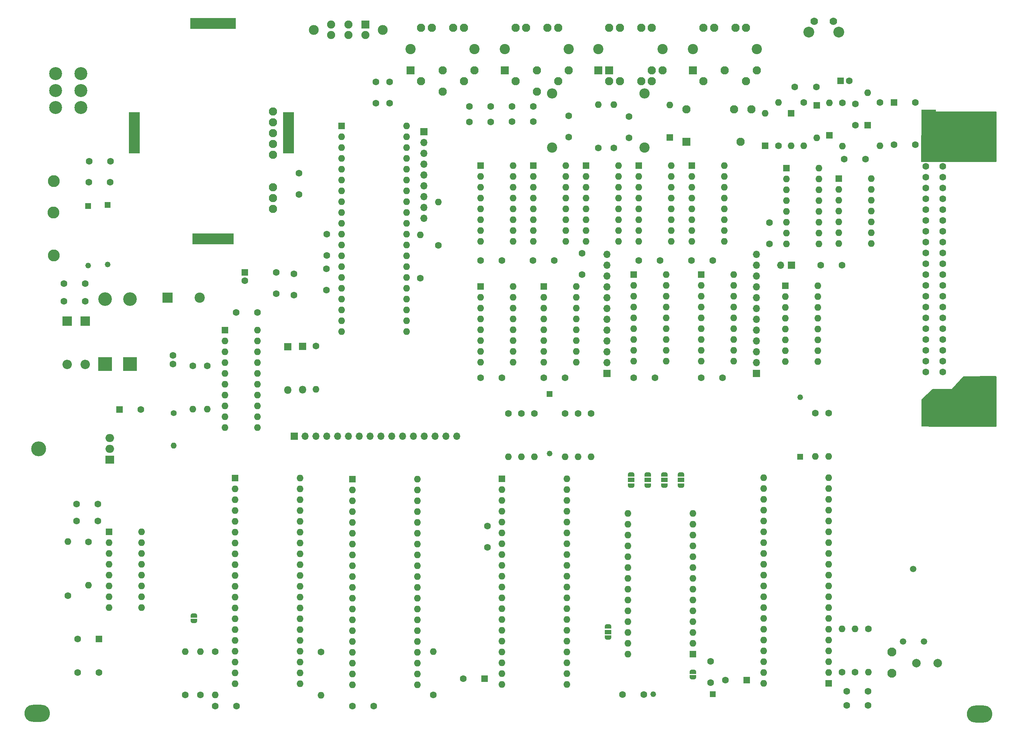
<source format=gbr>
%TF.GenerationSoftware,KiCad,Pcbnew,6.0.8-f2edbf62ab~116~ubuntu20.04.1*%
%TF.CreationDate,2022-10-23T21:23:01-04:00*%
%TF.ProjectId,coco2,636f636f-322e-46b6-9963-61645f706362,1.0.0*%
%TF.SameCoordinates,Original*%
%TF.FileFunction,Soldermask,Top*%
%TF.FilePolarity,Negative*%
%FSLAX46Y46*%
G04 Gerber Fmt 4.6, Leading zero omitted, Abs format (unit mm)*
G04 Created by KiCad (PCBNEW 6.0.8-f2edbf62ab~116~ubuntu20.04.1) date 2022-10-23 21:23:01*
%MOMM*%
%LPD*%
G01*
G04 APERTURE LIST*
G04 Aperture macros list*
%AMFreePoly0*
4,1,22,0.550000,-0.750000,0.000000,-0.750000,0.000000,-0.745033,-0.079941,-0.743568,-0.215256,-0.701293,-0.333266,-0.622738,-0.424486,-0.514219,-0.481581,-0.384460,-0.499164,-0.250000,-0.500000,-0.250000,-0.500000,0.250000,-0.499164,0.250000,-0.499963,0.256109,-0.478152,0.396186,-0.417904,0.524511,-0.324060,0.630769,-0.204165,0.706417,-0.067858,0.745374,0.000000,0.744959,0.000000,0.750000,
0.550000,0.750000,0.550000,-0.750000,0.550000,-0.750000,$1*%
%AMFreePoly1*
4,1,20,0.000000,0.744959,0.073905,0.744508,0.209726,0.703889,0.328688,0.626782,0.421226,0.519385,0.479903,0.390333,0.500000,0.250000,0.500000,-0.250000,0.499851,-0.262216,0.476331,-0.402017,0.414519,-0.529596,0.319384,-0.634700,0.198574,-0.708877,0.061801,-0.746166,0.000000,-0.745033,0.000000,-0.750000,-0.550000,-0.750000,-0.550000,0.750000,0.000000,0.750000,0.000000,0.744959,
0.000000,0.744959,$1*%
%AMFreePoly2*
4,1,22,0.500000,-0.750000,0.000000,-0.750000,0.000000,-0.745033,-0.079941,-0.743568,-0.215256,-0.701293,-0.333266,-0.622738,-0.424486,-0.514219,-0.481581,-0.384460,-0.499164,-0.250000,-0.500000,-0.250000,-0.500000,0.250000,-0.499164,0.250000,-0.499963,0.256109,-0.478152,0.396186,-0.417904,0.524511,-0.324060,0.630769,-0.204165,0.706417,-0.067858,0.745374,0.000000,0.744959,0.000000,0.750000,
0.500000,0.750000,0.500000,-0.750000,0.500000,-0.750000,$1*%
%AMFreePoly3*
4,1,20,0.000000,0.744959,0.073905,0.744508,0.209726,0.703889,0.328688,0.626782,0.421226,0.519385,0.479903,0.390333,0.500000,0.250000,0.500000,-0.250000,0.499851,-0.262216,0.476331,-0.402017,0.414519,-0.529596,0.319384,-0.634700,0.198574,-0.708877,0.061801,-0.746166,0.000000,-0.745033,0.000000,-0.750000,-0.500000,-0.750000,-0.500000,0.750000,0.000000,0.750000,0.000000,0.744959,
0.000000,0.744959,$1*%
G04 Aperture macros list end*
%ADD10C,1.600000*%
%ADD11R,1.600000X1.600000*%
%ADD12O,1.600000X1.600000*%
%ADD13R,1.800000X1.800000*%
%ADD14O,1.800000X1.800000*%
%ADD15R,1.320800X1.320800*%
%ADD16C,1.320800*%
%ADD17O,6.000000X4.000000*%
%ADD18FreePoly0,270.000000*%
%ADD19R,1.500000X1.000000*%
%ADD20FreePoly1,270.000000*%
%ADD21FreePoly0,90.000000*%
%ADD22FreePoly1,90.000000*%
%ADD23FreePoly2,90.000000*%
%ADD24FreePoly3,90.000000*%
%ADD25O,3.500000X3.500000*%
%ADD26R,2.000000X1.905000*%
%ADD27O,2.000000X1.905000*%
%ADD28C,2.400000*%
%ADD29O,2.400000X2.400000*%
%ADD30C,2.100000*%
%ADD31R,1.950000X1.950000*%
%ADD32C,1.950000*%
%ADD33C,1.500000*%
%ADD34C,1.778000*%
%ADD35C,2.540000*%
%ADD36R,2.200000X2.200000*%
%ADD37O,2.200000X2.200000*%
%ADD38R,1.700000X1.700000*%
%ADD39O,1.700000X1.700000*%
%ADD40R,2.500000X9.750000*%
%ADD41R,9.750000X2.500000*%
%ADD42R,10.750000X2.500000*%
%ADD43R,3.200000X3.200000*%
%ADD44O,3.200000X3.200000*%
%ADD45R,2.400000X2.400000*%
%ADD46C,3.044000*%
%ADD47C,1.400000*%
%ADD48O,1.400000X1.400000*%
%ADD49C,4.000000*%
%ADD50C,1.600200*%
%ADD51C,2.000000*%
%ADD52C,2.794000*%
%ADD53FreePoly2,270.000000*%
%ADD54FreePoly3,270.000000*%
%ADD55R,1.905000X1.905000*%
%ADD56C,1.905000*%
%ADD57C,2.311400*%
G04 APERTURE END LIST*
D10*
%TO.C,C2*%
X140276400Y-202359000D03*
X135276400Y-202359000D03*
%TD*%
%TO.C,C4*%
X230826400Y-199609000D03*
X235826400Y-199609000D03*
%TD*%
%TO.C,C5*%
X238436400Y-125329000D03*
X233436400Y-125329000D03*
%TD*%
%TO.C,C6*%
X254236400Y-125329000D03*
X249236400Y-125329000D03*
%TD*%
%TO.C,C7*%
X276226400Y-57099000D03*
X271226400Y-57099000D03*
%TD*%
D11*
%TO.C,C8*%
X281941288Y-55639000D03*
D10*
X283941288Y-55639000D03*
%TD*%
D11*
%TO.C,C9*%
X198456400Y-195879000D03*
D10*
X193456400Y-195879000D03*
%TD*%
%TO.C,C10*%
X199126400Y-160119000D03*
X199126400Y-165119000D03*
%TD*%
D11*
%TO.C,C11*%
X259946400Y-196239000D03*
D10*
X254946400Y-196239000D03*
%TD*%
%TO.C,C14*%
X288386400Y-202189000D03*
X283386400Y-202189000D03*
%TD*%
%TO.C,C15*%
X288386400Y-198859000D03*
X283386400Y-198859000D03*
%TD*%
%TO.C,C16*%
X282256400Y-98869000D03*
X277256400Y-98869000D03*
%TD*%
%TO.C,C17*%
X285433066Y-66039000D03*
X285433066Y-61039000D03*
%TD*%
%TO.C,C18*%
X172486400Y-202349000D03*
X167486400Y-202349000D03*
%TD*%
D11*
%TO.C,C19*%
X142266400Y-100553888D03*
D10*
X142266400Y-102553888D03*
%TD*%
%TO.C,C20*%
X149571400Y-100578888D03*
X149571400Y-105578888D03*
%TD*%
%TO.C,C21*%
X153716400Y-100949000D03*
X153716400Y-105949000D03*
%TD*%
%TO.C,C22*%
X161476400Y-91589000D03*
X161476400Y-96589000D03*
%TD*%
%TO.C,C23*%
X154966400Y-82269000D03*
X154966400Y-77269000D03*
%TD*%
%TO.C,C25*%
X194936400Y-65239000D03*
X199936400Y-65239000D03*
%TD*%
%TO.C,C24*%
X194936400Y-61629000D03*
X199936400Y-61629000D03*
%TD*%
%TO.C,C26*%
X218186400Y-63809000D03*
X218186400Y-68809000D03*
%TD*%
%TO.C,C27*%
X204906400Y-65199000D03*
X209906400Y-65199000D03*
%TD*%
%TO.C,C28*%
X209906400Y-61659000D03*
X204906400Y-61659000D03*
%TD*%
%TO.C,C29*%
X176206400Y-55899000D03*
X176206400Y-60899000D03*
%TD*%
%TO.C,C30*%
X172966400Y-60899000D03*
X172966400Y-55899000D03*
%TD*%
%TO.C,C31*%
X161346400Y-104719000D03*
X161346400Y-99719000D03*
%TD*%
%TO.C,C32*%
X125356400Y-122049000D03*
X125356400Y-120049000D03*
%TD*%
%TO.C,C33*%
X232316400Y-68999000D03*
X232316400Y-63999000D03*
%TD*%
D11*
%TO.C,C34*%
X108046400Y-186619000D03*
D10*
X103046400Y-186619000D03*
%TD*%
%TO.C,C35*%
X103046400Y-194489000D03*
X108046400Y-194489000D03*
%TD*%
%TO.C,C37*%
X102786400Y-154909000D03*
X107786400Y-154909000D03*
%TD*%
D11*
%TO.C,C38*%
X112863749Y-132779000D03*
D10*
X117863749Y-132779000D03*
%TD*%
%TO.C,C39*%
X107786400Y-158889000D03*
X102786400Y-158889000D03*
%TD*%
%TO.C,C40*%
X104826400Y-103189000D03*
X99826400Y-103189000D03*
%TD*%
%TO.C,C41*%
X104826400Y-107349000D03*
X99826400Y-107349000D03*
%TD*%
%TO.C,C43*%
X105686400Y-79439000D03*
X110686400Y-79439000D03*
%TD*%
%TO.C,C44*%
X140191400Y-109974000D03*
X145191400Y-109974000D03*
%TD*%
%TO.C,C55*%
X287766400Y-74029000D03*
X282766400Y-74029000D03*
%TD*%
%TO.C,C1*%
X294446400Y-70589000D03*
X299446400Y-70589000D03*
%TD*%
D11*
%TO.C,D1*%
X276346400Y-61369000D03*
D12*
X276346400Y-68989000D03*
%TD*%
D11*
%TO.C,D2*%
X264256400Y-70889000D03*
D12*
X264256400Y-63269000D03*
%TD*%
D11*
%TO.C,D3*%
X270366400Y-63269000D03*
D12*
X270366400Y-70889000D03*
%TD*%
D11*
%TO.C,D4*%
X241926400Y-68929000D03*
D12*
X241926400Y-61309000D03*
%TD*%
D13*
%TO.C,D6*%
X155786400Y-117979000D03*
D14*
X155786400Y-128139000D03*
%TD*%
D15*
%TO.C,FB1*%
X110106400Y-84779000D03*
D16*
X110106400Y-98749000D03*
%TD*%
D15*
%TO.C,FB2*%
X105486400Y-84969000D03*
D16*
X105486400Y-98939000D03*
%TD*%
D15*
%TO.C,FB3*%
X251926400Y-199549000D03*
D16*
X237956400Y-199549000D03*
%TD*%
D17*
%TO.C,H999002*%
X314576805Y-204174000D03*
%TD*%
D18*
%TO.C,J1*%
X227456400Y-183659000D03*
D19*
X227456400Y-184959000D03*
D20*
X227456400Y-186259000D03*
%TD*%
D21*
%TO.C,J2*%
X244536400Y-150579000D03*
D19*
X244536400Y-149279000D03*
D22*
X244536400Y-147979000D03*
%TD*%
D18*
%TO.C,J3*%
X240633066Y-147979000D03*
D19*
X240633066Y-149279000D03*
D20*
X240633066Y-150579000D03*
%TD*%
D18*
%TO.C,J4*%
X236729733Y-147979000D03*
D19*
X236729733Y-149279000D03*
D20*
X236729733Y-150579000D03*
%TD*%
D18*
%TO.C,J5*%
X232826400Y-147979000D03*
D19*
X232826400Y-149279000D03*
D20*
X232826400Y-150579000D03*
%TD*%
D23*
%TO.C,J6*%
X130276400Y-182379000D03*
D24*
X130276400Y-181079000D03*
%TD*%
D25*
%TO.C,Q1*%
X93896400Y-141969000D03*
D26*
X110556400Y-144509000D03*
D27*
X110556400Y-141969000D03*
X110556400Y-139429000D03*
%TD*%
D10*
%TO.C,R1*%
X131836400Y-199759000D03*
D12*
X131836400Y-189599000D03*
%TD*%
D10*
%TO.C,R2*%
X160146400Y-189619000D03*
D12*
X160146400Y-199779000D03*
%TD*%
D10*
%TO.C,R3*%
X128256400Y-199699000D03*
D12*
X128256400Y-189539000D03*
%TD*%
D10*
%TO.C,R4*%
X133446400Y-122479000D03*
D12*
X133446400Y-132639000D03*
%TD*%
D28*
%TO.C,R5*%
X214316400Y-71249000D03*
D29*
X214316400Y-58549000D03*
%TD*%
D10*
%TO.C,R6*%
X183376400Y-101899000D03*
D12*
X183376400Y-91739000D03*
%TD*%
D10*
%TO.C,R7*%
X187616400Y-94209000D03*
D12*
X187616400Y-84049000D03*
%TD*%
D10*
%TO.C,R8*%
X158956400Y-117889000D03*
D12*
X158956400Y-128049000D03*
%TD*%
D10*
%TO.C,R9*%
X186476400Y-199709000D03*
D12*
X186476400Y-189549000D03*
%TD*%
D10*
%TO.C,R10*%
X135256400Y-189569000D03*
D12*
X135256400Y-199729000D03*
%TD*%
D10*
%TO.C,R11*%
X285346400Y-194429000D03*
D12*
X285346400Y-184269000D03*
%TD*%
D10*
%TO.C,R12*%
X282266400Y-194429000D03*
D12*
X282266400Y-184269000D03*
%TD*%
D10*
%TO.C,R13*%
X267356400Y-70899000D03*
D12*
X267356400Y-60739000D03*
%TD*%
D10*
%TO.C,R14*%
X273336400Y-60739000D03*
D12*
X273336400Y-70899000D03*
%TD*%
D10*
%TO.C,R15*%
X207056400Y-133659000D03*
D12*
X207056400Y-143819000D03*
%TD*%
D10*
%TO.C,R16*%
X210116400Y-133659000D03*
D12*
X210116400Y-143819000D03*
%TD*%
D10*
%TO.C,R17*%
X204016400Y-133659000D03*
D12*
X204016400Y-143819000D03*
%TD*%
D10*
%TO.C,R18*%
X217366400Y-133659000D03*
D12*
X217366400Y-143819000D03*
%TD*%
D10*
%TO.C,R19*%
X291146398Y-60739000D03*
D12*
X291146398Y-70899000D03*
%TD*%
D10*
%TO.C,R20*%
X220406400Y-133659000D03*
D12*
X220406400Y-143819000D03*
%TD*%
D10*
%TO.C,R21*%
X288426400Y-184269000D03*
D12*
X288426400Y-194429000D03*
%TD*%
D10*
%TO.C,R22*%
X130046400Y-122479000D03*
D12*
X130046400Y-132639000D03*
%TD*%
D28*
%TO.C,R23*%
X235996400Y-71299000D03*
D29*
X235996400Y-58599000D03*
%TD*%
D10*
%TO.C,R24*%
X105606400Y-163859000D03*
D12*
X105606400Y-174019000D03*
%TD*%
D10*
%TO.C,R25*%
X100756400Y-176449000D03*
D12*
X100756400Y-163749000D03*
%TD*%
D10*
%TO.C,R26*%
X228766400Y-71329000D03*
D12*
X228766400Y-61169000D03*
%TD*%
D10*
%TO.C,R27*%
X225126400Y-71329000D03*
D12*
X225126400Y-61169000D03*
%TD*%
D10*
%TO.C,R29*%
X282346400Y-60749000D03*
D12*
X282346400Y-70909000D03*
%TD*%
D10*
%TO.C,R31*%
X276046400Y-133609000D03*
D12*
X276046400Y-143769000D03*
%TD*%
D30*
%TO.C,TC1*%
X293956400Y-189639000D03*
X293956400Y-194639000D03*
%TD*%
D28*
%TO.C,JK3*%
X225166732Y-48199000D03*
X240166732Y-48199000D03*
D31*
X225166732Y-53199000D03*
X227666732Y-53199000D03*
D32*
X227666732Y-55699000D03*
X230166732Y-55699000D03*
X235166732Y-55699000D03*
X237666732Y-55699000D03*
X240166732Y-53199000D03*
X237666732Y-53199000D03*
X235166732Y-43199000D03*
X237666732Y-43199000D03*
X227666732Y-43199000D03*
X230166732Y-43199000D03*
%TD*%
D33*
%TO.C,X1*%
X301456400Y-187179000D03*
X296556400Y-187179000D03*
X298956400Y-170179000D03*
%TD*%
D11*
%TO.C,IC7*%
X110436400Y-161479000D03*
D12*
X110436400Y-164019000D03*
X110436400Y-166559000D03*
X110436400Y-169099000D03*
X110436400Y-171639000D03*
X110436400Y-174179000D03*
X110436400Y-176719000D03*
X110436400Y-179259000D03*
X118056400Y-179259000D03*
X118056400Y-176719000D03*
X118056400Y-174179000D03*
X118056400Y-171639000D03*
X118056400Y-169099000D03*
X118056400Y-166559000D03*
X118056400Y-164019000D03*
X118056400Y-161479000D03*
%TD*%
D34*
%TO.C,SW3*%
X280236400Y-41679000D03*
X275736400Y-41679000D03*
D35*
X281486400Y-44179000D03*
X274486400Y-44179000D03*
%TD*%
D11*
%TO.C,IC12*%
X269016400Y-103699000D03*
D12*
X269016400Y-106239000D03*
X269016400Y-108779000D03*
X269016400Y-111319000D03*
X269016400Y-113859000D03*
X269016400Y-116399000D03*
X269016400Y-118939000D03*
X269016400Y-121479000D03*
X276636400Y-121479000D03*
X276636400Y-118939000D03*
X276636400Y-116399000D03*
X276636400Y-113859000D03*
X276636400Y-111319000D03*
X276636400Y-108779000D03*
X276636400Y-106239000D03*
X276636400Y-103699000D03*
%TD*%
D11*
%TO.C,IC6*%
X137556400Y-114159000D03*
D12*
X137556400Y-116699000D03*
X137556400Y-119239000D03*
X137556400Y-121779000D03*
X137556400Y-124319000D03*
X137556400Y-126859000D03*
X137556400Y-129399000D03*
X137556400Y-131939000D03*
X137556400Y-134479000D03*
X137556400Y-137019000D03*
X145176400Y-137019000D03*
X145176400Y-134479000D03*
X145176400Y-131939000D03*
X145176400Y-129399000D03*
X145176400Y-126859000D03*
X145176400Y-124319000D03*
X145176400Y-121779000D03*
X145176400Y-119239000D03*
X145176400Y-116699000D03*
X145176400Y-114159000D03*
%TD*%
D11*
%TO.C,IC8*%
X247296400Y-190129000D03*
D12*
X247296400Y-187589000D03*
X247296400Y-185049000D03*
X247296400Y-182509000D03*
X247296400Y-179969000D03*
X247296400Y-177429000D03*
X247296400Y-174889000D03*
X247296400Y-172349000D03*
X247296400Y-169809000D03*
X247296400Y-167269000D03*
X247296400Y-164729000D03*
X247296400Y-162189000D03*
X247296400Y-159649000D03*
X247296400Y-157109000D03*
X232056400Y-157109000D03*
X232056400Y-159649000D03*
X232056400Y-162189000D03*
X232056400Y-164729000D03*
X232056400Y-167269000D03*
X232056400Y-169809000D03*
X232056400Y-172349000D03*
X232056400Y-174889000D03*
X232056400Y-177429000D03*
X232056400Y-179969000D03*
X232056400Y-182509000D03*
X232056400Y-185049000D03*
X232056400Y-187589000D03*
X232056400Y-190129000D03*
%TD*%
D11*
%TO.C,IC11*%
X249236400Y-101071500D03*
D12*
X249236400Y-103611500D03*
X249236400Y-106151500D03*
X249236400Y-108691500D03*
X249236400Y-111231500D03*
X249236400Y-113771500D03*
X249236400Y-116311500D03*
X249236400Y-118851500D03*
X249236400Y-121391500D03*
X256856400Y-121391500D03*
X256856400Y-118851500D03*
X256856400Y-116311500D03*
X256856400Y-113771500D03*
X256856400Y-111231500D03*
X256856400Y-108691500D03*
X256856400Y-106151500D03*
X256856400Y-103611500D03*
X256856400Y-101071500D03*
%TD*%
D36*
%TO.C,D9*%
X104846400Y-111989000D03*
D37*
X104846400Y-122149000D03*
%TD*%
D38*
%TO.C,CN2*%
X153826400Y-139029000D03*
D39*
X156366400Y-139029000D03*
X158906400Y-139029000D03*
X161446400Y-139029000D03*
X163986400Y-139029000D03*
X166526400Y-139029000D03*
X169066400Y-139029000D03*
X171606400Y-139029000D03*
X174146400Y-139029000D03*
X176686400Y-139029000D03*
X179226400Y-139029000D03*
X181766400Y-139029000D03*
X184306400Y-139029000D03*
X186846400Y-139029000D03*
X189386400Y-139029000D03*
X191926400Y-139029000D03*
%TD*%
D11*
%TO.C,IC2*%
X279176400Y-197039000D03*
D12*
X279176400Y-194499000D03*
X279176400Y-191959000D03*
X279176400Y-189419000D03*
X279176400Y-186879000D03*
X279176400Y-184339000D03*
X279176400Y-181799000D03*
X279176400Y-179259000D03*
X279176400Y-176719000D03*
X279176400Y-174179000D03*
X279176400Y-171639000D03*
X279176400Y-169099000D03*
X279176400Y-166559000D03*
X279176400Y-164019000D03*
X279176400Y-161479000D03*
X279176400Y-158939000D03*
X279176400Y-156399000D03*
X279176400Y-153859000D03*
X279176400Y-151319000D03*
X279176400Y-148779000D03*
X263936400Y-148779000D03*
X263936400Y-151319000D03*
X263936400Y-153859000D03*
X263936400Y-156399000D03*
X263936400Y-158939000D03*
X263936400Y-161479000D03*
X263936400Y-164019000D03*
X263936400Y-166559000D03*
X263936400Y-169099000D03*
X263936400Y-171639000D03*
X263936400Y-174179000D03*
X263936400Y-176719000D03*
X263936400Y-179259000D03*
X263936400Y-181799000D03*
X263936400Y-184339000D03*
X263936400Y-186879000D03*
X263936400Y-189419000D03*
X263936400Y-191959000D03*
X263936400Y-194499000D03*
X263936400Y-197039000D03*
%TD*%
D32*
%TO.C,MDV-6*%
X148846400Y-85679000D03*
X148846400Y-83139000D03*
X148846400Y-80599000D03*
X148846400Y-72979000D03*
X148846400Y-70439000D03*
X148846400Y-67899000D03*
X148846400Y-65359000D03*
X148846400Y-62819000D03*
D40*
X116346400Y-67799000D03*
X152446400Y-67799000D03*
D41*
X134821400Y-92674000D03*
D42*
X134821400Y-42174000D03*
%TD*%
D38*
%TO.C,CN3*%
X227176400Y-124281500D03*
D39*
X227176400Y-121741500D03*
X227176400Y-119201500D03*
X227176400Y-116661500D03*
X227176400Y-114121500D03*
X227176400Y-111581500D03*
X227176400Y-109041500D03*
X227176400Y-106501500D03*
X227176400Y-103961500D03*
X227176400Y-101421500D03*
X227176400Y-98881500D03*
X227176400Y-96341500D03*
%TD*%
D11*
%TO.C,IC1*%
X202486400Y-148989000D03*
D12*
X202486400Y-151529000D03*
X202486400Y-154069000D03*
X202486400Y-156609000D03*
X202486400Y-159149000D03*
X202486400Y-161689000D03*
X202486400Y-164229000D03*
X202486400Y-166769000D03*
X202486400Y-169309000D03*
X202486400Y-171849000D03*
X202486400Y-174389000D03*
X202486400Y-176929000D03*
X202486400Y-179469000D03*
X202486400Y-182009000D03*
X202486400Y-184549000D03*
X202486400Y-187089000D03*
X202486400Y-189629000D03*
X202486400Y-192169000D03*
X202486400Y-194709000D03*
X202486400Y-197249000D03*
X217726400Y-197249000D03*
X217726400Y-194709000D03*
X217726400Y-192169000D03*
X217726400Y-189629000D03*
X217726400Y-187089000D03*
X217726400Y-184549000D03*
X217726400Y-182009000D03*
X217726400Y-179469000D03*
X217726400Y-176929000D03*
X217726400Y-174389000D03*
X217726400Y-171849000D03*
X217726400Y-169309000D03*
X217726400Y-166769000D03*
X217726400Y-164229000D03*
X217726400Y-161689000D03*
X217726400Y-159149000D03*
X217726400Y-156609000D03*
X217726400Y-154069000D03*
X217726400Y-151529000D03*
X217726400Y-148989000D03*
%TD*%
D43*
%TO.C,D11*%
X109486400Y-122109000D03*
D44*
X109486400Y-106869000D03*
%TD*%
D11*
%TO.C,IC4*%
X139976400Y-148869000D03*
D12*
X139976400Y-151409000D03*
X139976400Y-153949000D03*
X139976400Y-156489000D03*
X139976400Y-159029000D03*
X139976400Y-161569000D03*
X139976400Y-164109000D03*
X139976400Y-166649000D03*
X139976400Y-169189000D03*
X139976400Y-171729000D03*
X139976400Y-174269000D03*
X139976400Y-176809000D03*
X139976400Y-179349000D03*
X139976400Y-181889000D03*
X139976400Y-184429000D03*
X139976400Y-186969000D03*
X139976400Y-189509000D03*
X139976400Y-192049000D03*
X139976400Y-194589000D03*
X139976400Y-197129000D03*
X155216400Y-197129000D03*
X155216400Y-194589000D03*
X155216400Y-192049000D03*
X155216400Y-189509000D03*
X155216400Y-186969000D03*
X155216400Y-184429000D03*
X155216400Y-181889000D03*
X155216400Y-179349000D03*
X155216400Y-176809000D03*
X155216400Y-174269000D03*
X155216400Y-171729000D03*
X155216400Y-169189000D03*
X155216400Y-166649000D03*
X155216400Y-164109000D03*
X155216400Y-161569000D03*
X155216400Y-159029000D03*
X155216400Y-156489000D03*
X155216400Y-153949000D03*
X155216400Y-151409000D03*
X155216400Y-148869000D03*
%TD*%
D11*
%TO.C,IC5*%
X167486400Y-149059000D03*
D12*
X167486400Y-151599000D03*
X167486400Y-154139000D03*
X167486400Y-156679000D03*
X167486400Y-159219000D03*
X167486400Y-161759000D03*
X167486400Y-164299000D03*
X167486400Y-166839000D03*
X167486400Y-169379000D03*
X167486400Y-171919000D03*
X167486400Y-174459000D03*
X167486400Y-176999000D03*
X167486400Y-179539000D03*
X167486400Y-182079000D03*
X167486400Y-184619000D03*
X167486400Y-187159000D03*
X167486400Y-189699000D03*
X167486400Y-192239000D03*
X167486400Y-194779000D03*
X167486400Y-197319000D03*
X182726400Y-197319000D03*
X182726400Y-194779000D03*
X182726400Y-192239000D03*
X182726400Y-189699000D03*
X182726400Y-187159000D03*
X182726400Y-184619000D03*
X182726400Y-182079000D03*
X182726400Y-179539000D03*
X182726400Y-176999000D03*
X182726400Y-174459000D03*
X182726400Y-171919000D03*
X182726400Y-169379000D03*
X182726400Y-166839000D03*
X182726400Y-164299000D03*
X182726400Y-161759000D03*
X182726400Y-159219000D03*
X182726400Y-156679000D03*
X182726400Y-154139000D03*
X182726400Y-151599000D03*
X182726400Y-149059000D03*
%TD*%
D43*
%TO.C,D10*%
X115296400Y-122049000D03*
D44*
X115296400Y-106809000D03*
%TD*%
D28*
%TO.C,JK4*%
X247296400Y-48199000D03*
X262296400Y-48199000D03*
D31*
X247296400Y-53199000D03*
D32*
X254796400Y-53199000D03*
X262296400Y-53199000D03*
X249796400Y-55699000D03*
X259796400Y-55699000D03*
X259796400Y-43199000D03*
X257296400Y-43199000D03*
X252296400Y-43199000D03*
X249796400Y-43199000D03*
%TD*%
D36*
%TO.C,D8*%
X100606400Y-111969000D03*
D37*
X100606400Y-122129000D03*
%TD*%
D28*
%TO.C,JK2*%
X196096400Y-48199000D03*
X181096400Y-48199000D03*
D31*
X181096400Y-53199000D03*
D32*
X183596400Y-55699000D03*
X188596400Y-53199000D03*
X193596400Y-55699000D03*
X196096400Y-53199000D03*
X188596400Y-58199000D03*
X193596400Y-43199000D03*
X191096400Y-43199000D03*
X186096400Y-43199000D03*
X183596400Y-43199000D03*
%TD*%
D28*
%TO.C,JK1*%
X218226066Y-48199000D03*
X203226066Y-48199000D03*
D31*
X203226066Y-53199000D03*
D32*
X205726066Y-55699000D03*
X210726066Y-53199000D03*
X215726066Y-55699000D03*
X218226066Y-53199000D03*
X210726066Y-58199000D03*
X215726066Y-43199000D03*
X213226066Y-43199000D03*
X208226066Y-43199000D03*
X205726066Y-43199000D03*
%TD*%
D11*
%TO.C,IC10*%
X233436400Y-101121500D03*
D12*
X233436400Y-103661500D03*
X233436400Y-106201500D03*
X233436400Y-108741500D03*
X233436400Y-111281500D03*
X233436400Y-113821500D03*
X233436400Y-116361500D03*
X233436400Y-118901500D03*
X233436400Y-121441500D03*
X241056400Y-121441500D03*
X241056400Y-118901500D03*
X241056400Y-116361500D03*
X241056400Y-113821500D03*
X241056400Y-111281500D03*
X241056400Y-108741500D03*
X241056400Y-106201500D03*
X241056400Y-103661500D03*
X241056400Y-101121500D03*
%TD*%
D45*
%TO.C,C36*%
X124116400Y-106489000D03*
D28*
X131616400Y-106489000D03*
%TD*%
D32*
%TO.C,RY1*%
X258476400Y-69949000D03*
X256952400Y-62329000D03*
X261016400Y-62329000D03*
D31*
X245776400Y-69949000D03*
D32*
X245776400Y-62329000D03*
%TD*%
D38*
%TO.C,CN4*%
X262176400Y-124281500D03*
D39*
X262176400Y-121741500D03*
X262176400Y-119201500D03*
X262176400Y-116661500D03*
X262176400Y-114121500D03*
X262176400Y-111581500D03*
X262176400Y-109041500D03*
X262176400Y-106501500D03*
X262176400Y-103961500D03*
X262176400Y-101421500D03*
X262176400Y-98881500D03*
X262176400Y-96341500D03*
%TD*%
D46*
%TO.C,SW1*%
X97840000Y-53929000D03*
X97840000Y-57929000D03*
X97840000Y-61929000D03*
X103840000Y-53929000D03*
X103840000Y-57929000D03*
X103840000Y-61929000D03*
%TD*%
D10*
%TO.C,C42*%
X105736400Y-74519000D03*
X110736400Y-74519000D03*
%TD*%
D47*
%TO.C,R28*%
X125546400Y-133629000D03*
D48*
X125546400Y-141249000D03*
%TD*%
D13*
%TO.C,D5*%
X152296400Y-118019000D03*
D14*
X152296400Y-128179000D03*
%TD*%
D49*
%TO.C,CN1*%
X310575400Y-132501500D03*
X310575400Y-67096500D03*
D50*
X301914000Y-75669000D03*
X305876400Y-75669000D03*
X301914000Y-78209000D03*
X305876400Y-78209000D03*
X301914000Y-80749000D03*
X305876400Y-80749000D03*
X301914000Y-83289000D03*
X305876400Y-83289000D03*
X301914000Y-85829000D03*
X305876400Y-85829000D03*
X301914000Y-88369000D03*
X305876400Y-88369000D03*
X301914000Y-90909000D03*
X305876400Y-90909000D03*
X301914000Y-93449000D03*
X305876400Y-93449000D03*
X301914000Y-95989000D03*
X305876400Y-95989000D03*
X301914000Y-98529000D03*
X305876400Y-98529000D03*
X301914000Y-101069000D03*
X305876400Y-101069000D03*
X301914000Y-103609000D03*
X305876400Y-103609000D03*
X301914000Y-106149000D03*
X305876400Y-106149000D03*
X301914000Y-108689000D03*
X305876400Y-108689000D03*
X301914000Y-111229000D03*
X305876400Y-111229000D03*
X301914000Y-113769000D03*
X305876400Y-113769000D03*
X301914000Y-116309000D03*
X305876400Y-116309000D03*
X301914000Y-118849000D03*
X305876400Y-118849000D03*
X301914000Y-121389000D03*
X305876400Y-121389000D03*
X301914000Y-123929000D03*
X305876400Y-123929000D03*
%TD*%
D10*
%TO.C,R30*%
X279106400Y-133609000D03*
D12*
X279106400Y-143769000D03*
%TD*%
D15*
%TO.C,FB5*%
X213676400Y-129089000D03*
D16*
X213676400Y-143059000D03*
%TD*%
D51*
%TO.C,C13*%
X299746400Y-192269000D03*
X304746400Y-192269000D03*
%TD*%
D17*
%TO.C,H999003*%
X93554476Y-204049000D03*
%TD*%
D15*
%TO.C,FB4*%
X272476400Y-143859000D03*
D16*
X272476400Y-129889000D03*
%TD*%
D10*
%TO.C,C12*%
X251486400Y-191869000D03*
X251486400Y-196869000D03*
%TD*%
D52*
%TO.C,A1*%
X97476400Y-79169000D03*
%TD*%
%TO.C,A2*%
X97406400Y-86529000D03*
%TD*%
%TO.C,A3*%
X97476400Y-96599000D03*
%TD*%
D53*
%TO.C,JP8*%
X247276400Y-194269000D03*
D54*
X247276400Y-195569000D03*
%TD*%
D11*
%TO.C,IC14*%
X197516400Y-103899000D03*
D12*
X197516400Y-106439000D03*
X197516400Y-108979000D03*
X197516400Y-111519000D03*
X197516400Y-114059000D03*
X197516400Y-116599000D03*
X197516400Y-119139000D03*
X197516400Y-121679000D03*
X205136400Y-121679000D03*
X205136400Y-119139000D03*
X205136400Y-116599000D03*
X205136400Y-114059000D03*
X205136400Y-111519000D03*
X205136400Y-108979000D03*
X205136400Y-106439000D03*
X205136400Y-103899000D03*
%TD*%
D10*
%TO.C,C50*%
X252006400Y-97759000D03*
X247006400Y-97759000D03*
%TD*%
D11*
%TO.C,D7*%
X279326400Y-68379000D03*
D12*
X279326400Y-60759000D03*
%TD*%
D10*
%TO.C,C45*%
X217306400Y-125329000D03*
X212306400Y-125329000D03*
%TD*%
%TO.C,C53*%
X202516400Y-125329000D03*
X197516400Y-125329000D03*
%TD*%
D11*
%TO.C,IC22*%
X281516400Y-78599000D03*
D12*
X281516400Y-81139000D03*
X281516400Y-83679000D03*
X281516400Y-86219000D03*
X281516400Y-88759000D03*
X281516400Y-91299000D03*
X281516400Y-93839000D03*
X289136400Y-93839000D03*
X289136400Y-91299000D03*
X289136400Y-88759000D03*
X289136400Y-86219000D03*
X289136400Y-83679000D03*
X289136400Y-81139000D03*
X289136400Y-78599000D03*
%TD*%
D11*
%TO.C,IC16*%
X209891400Y-75499000D03*
D12*
X209891400Y-78039000D03*
X209891400Y-80579000D03*
X209891400Y-83119000D03*
X209891400Y-85659000D03*
X209891400Y-88199000D03*
X209891400Y-90739000D03*
X209891400Y-93279000D03*
X217511400Y-93279000D03*
X217511400Y-90739000D03*
X217511400Y-88199000D03*
X217511400Y-85659000D03*
X217511400Y-83119000D03*
X217511400Y-80579000D03*
X217511400Y-78039000D03*
X217511400Y-75499000D03*
%TD*%
D11*
%TO.C,IC20*%
X247016400Y-75499000D03*
D12*
X247016400Y-78039000D03*
X247016400Y-80579000D03*
X247016400Y-83119000D03*
X247016400Y-85659000D03*
X247016400Y-88199000D03*
X247016400Y-90739000D03*
X247016400Y-93279000D03*
X254636400Y-93279000D03*
X254636400Y-90739000D03*
X254636400Y-88199000D03*
X254636400Y-85659000D03*
X254636400Y-83119000D03*
X254636400Y-80579000D03*
X254636400Y-78039000D03*
X254636400Y-75499000D03*
%TD*%
D11*
%TO.C,C54*%
X294483749Y-60679000D03*
D10*
X299483749Y-60679000D03*
%TD*%
D11*
%TO.C,IC19*%
X222266400Y-75499000D03*
D12*
X222266400Y-78039000D03*
X222266400Y-80579000D03*
X222266400Y-83119000D03*
X222266400Y-85659000D03*
X222266400Y-88199000D03*
X222266400Y-90739000D03*
X222266400Y-93279000D03*
X229886400Y-93279000D03*
X229886400Y-90739000D03*
X229886400Y-88199000D03*
X229886400Y-85659000D03*
X229886400Y-83119000D03*
X229886400Y-80579000D03*
X229886400Y-78039000D03*
X229886400Y-75499000D03*
%TD*%
D11*
%TO.C,IC17*%
X197516400Y-75499000D03*
D12*
X197516400Y-78039000D03*
X197516400Y-80579000D03*
X197516400Y-83119000D03*
X197516400Y-85659000D03*
X197516400Y-88199000D03*
X197516400Y-90739000D03*
X197516400Y-93279000D03*
X205136400Y-93279000D03*
X205136400Y-90739000D03*
X205136400Y-88199000D03*
X205136400Y-85659000D03*
X205136400Y-83119000D03*
X205136400Y-80579000D03*
X205136400Y-78039000D03*
X205136400Y-75499000D03*
%TD*%
D10*
%TO.C,C48*%
X239646400Y-97759000D03*
X234646400Y-97759000D03*
%TD*%
D11*
%TO.C,D12*%
X288286400Y-66049000D03*
D12*
X288286400Y-58429000D03*
%TD*%
D10*
%TO.C,C46*%
X214836400Y-97759000D03*
X209836400Y-97759000D03*
%TD*%
D38*
%TO.C,J7*%
X270456400Y-98869000D03*
D39*
X267916400Y-98869000D03*
%TD*%
D38*
%TO.C,J8*%
X184216400Y-67549000D03*
D39*
X184216400Y-70089000D03*
X184216400Y-72629000D03*
X184216400Y-75169000D03*
X184216400Y-77709000D03*
X184216400Y-80249000D03*
X184216400Y-82789000D03*
X184216400Y-85329000D03*
X184216400Y-87869000D03*
%TD*%
D10*
%TO.C,C51*%
X265266400Y-88879000D03*
X265266400Y-93879000D03*
%TD*%
D11*
%TO.C,IC21*%
X269216400Y-76099000D03*
D12*
X269216400Y-78639000D03*
X269216400Y-81179000D03*
X269216400Y-83719000D03*
X269216400Y-86259000D03*
X269216400Y-88799000D03*
X269216400Y-91339000D03*
X269216400Y-93879000D03*
X276836400Y-93879000D03*
X276836400Y-91339000D03*
X276836400Y-88799000D03*
X276836400Y-86259000D03*
X276836400Y-83719000D03*
X276836400Y-81179000D03*
X276836400Y-78639000D03*
X276836400Y-76099000D03*
%TD*%
D55*
%TO.C,SW2*%
X170516400Y-42409000D03*
D56*
X166516400Y-42409000D03*
X162516401Y-42409000D03*
X162516401Y-44909000D03*
X166516400Y-44909000D03*
X170516400Y-44909000D03*
D57*
X174616401Y-43659000D03*
X158416400Y-43659000D03*
%TD*%
D10*
%TO.C,R32*%
X223456400Y-133659000D03*
D12*
X223456400Y-143819000D03*
%TD*%
D11*
%TO.C,IC18*%
X234641400Y-75499000D03*
D12*
X234641400Y-78039000D03*
X234641400Y-80579000D03*
X234641400Y-83119000D03*
X234641400Y-85659000D03*
X234641400Y-88199000D03*
X234641400Y-90739000D03*
X234641400Y-93279000D03*
X242261400Y-93279000D03*
X242261400Y-90739000D03*
X242261400Y-88199000D03*
X242261400Y-85659000D03*
X242261400Y-83119000D03*
X242261400Y-80579000D03*
X242261400Y-78039000D03*
X242261400Y-75499000D03*
%TD*%
D10*
%TO.C,C49*%
X221336400Y-101059000D03*
X221336400Y-96059000D03*
%TD*%
%TO.C,C47*%
X202496400Y-97759000D03*
X197496400Y-97759000D03*
%TD*%
D11*
%TO.C,IC3*%
X164966400Y-66174000D03*
D12*
X164966400Y-68714000D03*
X164966400Y-71254000D03*
X164966400Y-73794000D03*
X164966400Y-76334000D03*
X164966400Y-78874000D03*
X164966400Y-81414000D03*
X164966400Y-83954000D03*
X164966400Y-86494000D03*
X164966400Y-89034000D03*
X164966400Y-91574000D03*
X164966400Y-94114000D03*
X164966400Y-96654000D03*
X164966400Y-99194000D03*
X164966400Y-101734000D03*
X164966400Y-104274000D03*
X164966400Y-106814000D03*
X164966400Y-109354000D03*
X164966400Y-111894000D03*
X164966400Y-114434000D03*
X180206400Y-114434000D03*
X180206400Y-111894000D03*
X180206400Y-109354000D03*
X180206400Y-106814000D03*
X180206400Y-104274000D03*
X180206400Y-101734000D03*
X180206400Y-99194000D03*
X180206400Y-96654000D03*
X180206400Y-94114000D03*
X180206400Y-91574000D03*
X180206400Y-89034000D03*
X180206400Y-86494000D03*
X180206400Y-83954000D03*
X180206400Y-81414000D03*
X180206400Y-78874000D03*
X180206400Y-76334000D03*
X180206400Y-73794000D03*
X180206400Y-71254000D03*
X180206400Y-68714000D03*
X180206400Y-66174000D03*
%TD*%
D11*
%TO.C,IC15*%
X212316400Y-103899000D03*
D12*
X212316400Y-106439000D03*
X212316400Y-108979000D03*
X212316400Y-111519000D03*
X212316400Y-114059000D03*
X212316400Y-116599000D03*
X212316400Y-119139000D03*
X212316400Y-121679000D03*
X219936400Y-121679000D03*
X219936400Y-119139000D03*
X219936400Y-116599000D03*
X219936400Y-114059000D03*
X219936400Y-111519000D03*
X219936400Y-108979000D03*
X219936400Y-106439000D03*
X219936400Y-103899000D03*
%TD*%
G36*
X318417975Y-124929765D02*
G01*
X318464743Y-124983181D01*
X318476400Y-125036112D01*
X318476400Y-136673000D01*
X318456398Y-136741121D01*
X318402742Y-136787614D01*
X318350400Y-136799000D01*
X304334518Y-136799000D01*
X304329056Y-136800604D01*
X304292304Y-136805702D01*
X301009426Y-136773088D01*
X300941508Y-136752410D01*
X300895550Y-136698295D01*
X300884678Y-136646856D01*
X300896299Y-130482371D01*
X300916430Y-130414289D01*
X300934805Y-130391940D01*
X303430472Y-127983670D01*
X303493381Y-127950761D01*
X303516326Y-127948350D01*
X308058284Y-127889236D01*
X308083273Y-127881543D01*
X310749236Y-124989318D01*
X310810113Y-124952787D01*
X310841234Y-124948718D01*
X318349752Y-124910114D01*
X318417975Y-124929765D01*
G37*
G36*
X304191250Y-62389239D02*
G01*
X304259234Y-62409700D01*
X304305364Y-62463668D01*
X304316400Y-62515236D01*
X304316400Y-62780885D01*
X304320875Y-62796124D01*
X304322265Y-62797329D01*
X304329948Y-62799000D01*
X318350400Y-62799000D01*
X318418521Y-62819002D01*
X318465014Y-62872658D01*
X318476400Y-62925000D01*
X318476400Y-74533859D01*
X318456398Y-74601980D01*
X318402742Y-74648473D01*
X318350394Y-74659859D01*
X300923417Y-74659006D01*
X300855297Y-74639001D01*
X300808807Y-74585343D01*
X300797427Y-74531987D01*
X300894810Y-62492836D01*
X300915363Y-62424879D01*
X300969392Y-62378822D01*
X301021656Y-62367858D01*
X304191250Y-62389239D01*
G37*
M02*

</source>
